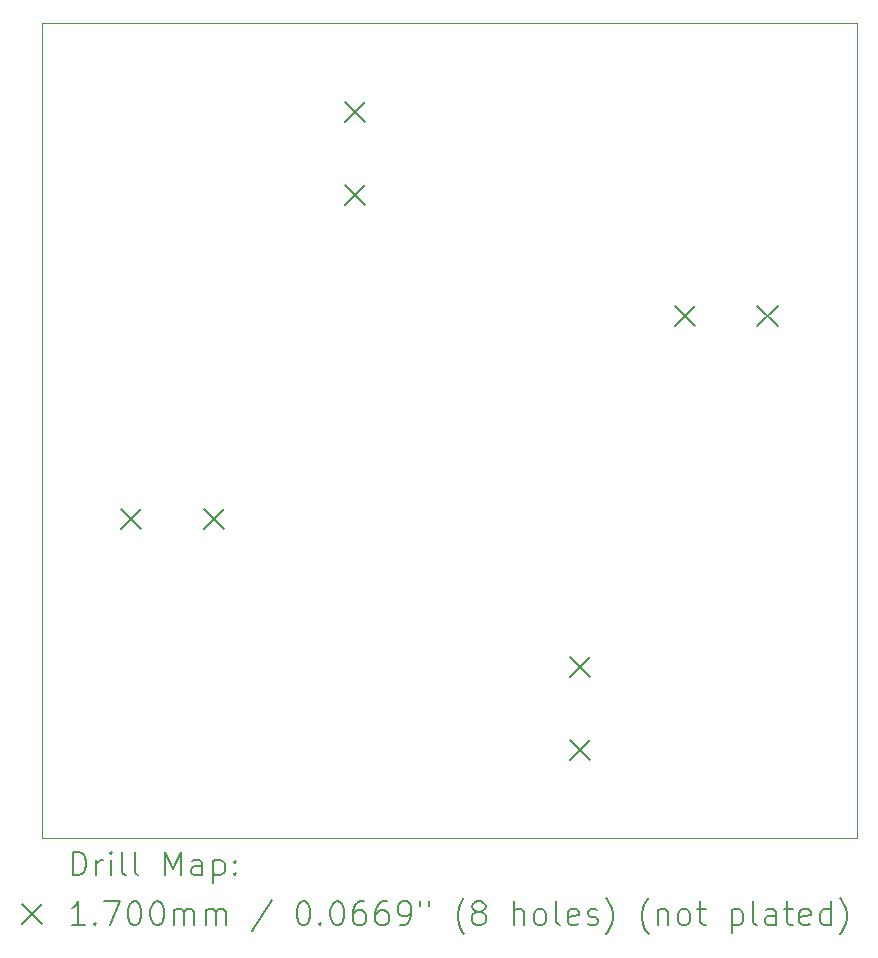
<source format=gbr>
%TF.GenerationSoftware,KiCad,Pcbnew,9.0.3*%
%TF.CreationDate,2025-08-26T17:47:51-07:00*%
%TF.ProjectId,sdi12_breakout,73646931-325f-4627-9265-616b6f75742e,V1*%
%TF.SameCoordinates,Original*%
%TF.FileFunction,Drillmap*%
%TF.FilePolarity,Positive*%
%FSLAX45Y45*%
G04 Gerber Fmt 4.5, Leading zero omitted, Abs format (unit mm)*
G04 Created by KiCad (PCBNEW 9.0.3) date 2025-08-26 17:47:51*
%MOMM*%
%LPD*%
G01*
G04 APERTURE LIST*
%ADD10C,0.050000*%
%ADD11C,0.200000*%
%ADD12C,0.170000*%
G04 APERTURE END LIST*
D10*
X1250000Y-1300000D02*
X8150000Y-1300000D01*
X8150000Y-8200000D01*
X1250000Y-8200000D01*
X1250000Y-1300000D01*
D11*
D12*
X1915000Y-5415000D02*
X2085000Y-5585000D01*
X2085000Y-5415000D02*
X1915000Y-5585000D01*
X2615000Y-5415000D02*
X2785000Y-5585000D01*
X2785000Y-5415000D02*
X2615000Y-5585000D01*
X3815000Y-1965000D02*
X3985000Y-2135000D01*
X3985000Y-1965000D02*
X3815000Y-2135000D01*
X3815000Y-2665000D02*
X3985000Y-2835000D01*
X3985000Y-2665000D02*
X3815000Y-2835000D01*
X5715000Y-6665000D02*
X5885000Y-6835000D01*
X5885000Y-6665000D02*
X5715000Y-6835000D01*
X5715000Y-7365000D02*
X5885000Y-7535000D01*
X5885000Y-7365000D02*
X5715000Y-7535000D01*
X6605000Y-3695000D02*
X6775000Y-3865000D01*
X6775000Y-3695000D02*
X6605000Y-3865000D01*
X7305000Y-3695000D02*
X7475000Y-3865000D01*
X7475000Y-3695000D02*
X7305000Y-3865000D01*
D11*
X1508277Y-8513984D02*
X1508277Y-8313984D01*
X1508277Y-8313984D02*
X1555896Y-8313984D01*
X1555896Y-8313984D02*
X1584467Y-8323508D01*
X1584467Y-8323508D02*
X1603515Y-8342555D01*
X1603515Y-8342555D02*
X1613039Y-8361603D01*
X1613039Y-8361603D02*
X1622562Y-8399698D01*
X1622562Y-8399698D02*
X1622562Y-8428270D01*
X1622562Y-8428270D02*
X1613039Y-8466365D01*
X1613039Y-8466365D02*
X1603515Y-8485412D01*
X1603515Y-8485412D02*
X1584467Y-8504460D01*
X1584467Y-8504460D02*
X1555896Y-8513984D01*
X1555896Y-8513984D02*
X1508277Y-8513984D01*
X1708277Y-8513984D02*
X1708277Y-8380650D01*
X1708277Y-8418746D02*
X1717801Y-8399698D01*
X1717801Y-8399698D02*
X1727324Y-8390174D01*
X1727324Y-8390174D02*
X1746372Y-8380650D01*
X1746372Y-8380650D02*
X1765420Y-8380650D01*
X1832086Y-8513984D02*
X1832086Y-8380650D01*
X1832086Y-8313984D02*
X1822562Y-8323508D01*
X1822562Y-8323508D02*
X1832086Y-8333031D01*
X1832086Y-8333031D02*
X1841610Y-8323508D01*
X1841610Y-8323508D02*
X1832086Y-8313984D01*
X1832086Y-8313984D02*
X1832086Y-8333031D01*
X1955896Y-8513984D02*
X1936848Y-8504460D01*
X1936848Y-8504460D02*
X1927324Y-8485412D01*
X1927324Y-8485412D02*
X1927324Y-8313984D01*
X2060658Y-8513984D02*
X2041610Y-8504460D01*
X2041610Y-8504460D02*
X2032086Y-8485412D01*
X2032086Y-8485412D02*
X2032086Y-8313984D01*
X2289229Y-8513984D02*
X2289229Y-8313984D01*
X2289229Y-8313984D02*
X2355896Y-8456841D01*
X2355896Y-8456841D02*
X2422563Y-8313984D01*
X2422563Y-8313984D02*
X2422563Y-8513984D01*
X2603515Y-8513984D02*
X2603515Y-8409222D01*
X2603515Y-8409222D02*
X2593991Y-8390174D01*
X2593991Y-8390174D02*
X2574944Y-8380650D01*
X2574944Y-8380650D02*
X2536848Y-8380650D01*
X2536848Y-8380650D02*
X2517801Y-8390174D01*
X2603515Y-8504460D02*
X2584467Y-8513984D01*
X2584467Y-8513984D02*
X2536848Y-8513984D01*
X2536848Y-8513984D02*
X2517801Y-8504460D01*
X2517801Y-8504460D02*
X2508277Y-8485412D01*
X2508277Y-8485412D02*
X2508277Y-8466365D01*
X2508277Y-8466365D02*
X2517801Y-8447317D01*
X2517801Y-8447317D02*
X2536848Y-8437793D01*
X2536848Y-8437793D02*
X2584467Y-8437793D01*
X2584467Y-8437793D02*
X2603515Y-8428270D01*
X2698753Y-8380650D02*
X2698753Y-8580650D01*
X2698753Y-8390174D02*
X2717801Y-8380650D01*
X2717801Y-8380650D02*
X2755896Y-8380650D01*
X2755896Y-8380650D02*
X2774944Y-8390174D01*
X2774944Y-8390174D02*
X2784467Y-8399698D01*
X2784467Y-8399698D02*
X2793991Y-8418746D01*
X2793991Y-8418746D02*
X2793991Y-8475889D01*
X2793991Y-8475889D02*
X2784467Y-8494936D01*
X2784467Y-8494936D02*
X2774944Y-8504460D01*
X2774944Y-8504460D02*
X2755896Y-8513984D01*
X2755896Y-8513984D02*
X2717801Y-8513984D01*
X2717801Y-8513984D02*
X2698753Y-8504460D01*
X2879705Y-8494936D02*
X2889229Y-8504460D01*
X2889229Y-8504460D02*
X2879705Y-8513984D01*
X2879705Y-8513984D02*
X2870182Y-8504460D01*
X2870182Y-8504460D02*
X2879705Y-8494936D01*
X2879705Y-8494936D02*
X2879705Y-8513984D01*
X2879705Y-8390174D02*
X2889229Y-8399698D01*
X2889229Y-8399698D02*
X2879705Y-8409222D01*
X2879705Y-8409222D02*
X2870182Y-8399698D01*
X2870182Y-8399698D02*
X2879705Y-8390174D01*
X2879705Y-8390174D02*
X2879705Y-8409222D01*
D12*
X1077500Y-8757500D02*
X1247500Y-8927500D01*
X1247500Y-8757500D02*
X1077500Y-8927500D01*
D11*
X1613039Y-8933984D02*
X1498753Y-8933984D01*
X1555896Y-8933984D02*
X1555896Y-8733984D01*
X1555896Y-8733984D02*
X1536848Y-8762555D01*
X1536848Y-8762555D02*
X1517801Y-8781603D01*
X1517801Y-8781603D02*
X1498753Y-8791127D01*
X1698753Y-8914936D02*
X1708277Y-8924460D01*
X1708277Y-8924460D02*
X1698753Y-8933984D01*
X1698753Y-8933984D02*
X1689229Y-8924460D01*
X1689229Y-8924460D02*
X1698753Y-8914936D01*
X1698753Y-8914936D02*
X1698753Y-8933984D01*
X1774943Y-8733984D02*
X1908277Y-8733984D01*
X1908277Y-8733984D02*
X1822562Y-8933984D01*
X2022562Y-8733984D02*
X2041610Y-8733984D01*
X2041610Y-8733984D02*
X2060658Y-8743508D01*
X2060658Y-8743508D02*
X2070182Y-8753031D01*
X2070182Y-8753031D02*
X2079705Y-8772079D01*
X2079705Y-8772079D02*
X2089229Y-8810174D01*
X2089229Y-8810174D02*
X2089229Y-8857793D01*
X2089229Y-8857793D02*
X2079705Y-8895889D01*
X2079705Y-8895889D02*
X2070182Y-8914936D01*
X2070182Y-8914936D02*
X2060658Y-8924460D01*
X2060658Y-8924460D02*
X2041610Y-8933984D01*
X2041610Y-8933984D02*
X2022562Y-8933984D01*
X2022562Y-8933984D02*
X2003515Y-8924460D01*
X2003515Y-8924460D02*
X1993991Y-8914936D01*
X1993991Y-8914936D02*
X1984467Y-8895889D01*
X1984467Y-8895889D02*
X1974943Y-8857793D01*
X1974943Y-8857793D02*
X1974943Y-8810174D01*
X1974943Y-8810174D02*
X1984467Y-8772079D01*
X1984467Y-8772079D02*
X1993991Y-8753031D01*
X1993991Y-8753031D02*
X2003515Y-8743508D01*
X2003515Y-8743508D02*
X2022562Y-8733984D01*
X2213039Y-8733984D02*
X2232086Y-8733984D01*
X2232086Y-8733984D02*
X2251134Y-8743508D01*
X2251134Y-8743508D02*
X2260658Y-8753031D01*
X2260658Y-8753031D02*
X2270182Y-8772079D01*
X2270182Y-8772079D02*
X2279705Y-8810174D01*
X2279705Y-8810174D02*
X2279705Y-8857793D01*
X2279705Y-8857793D02*
X2270182Y-8895889D01*
X2270182Y-8895889D02*
X2260658Y-8914936D01*
X2260658Y-8914936D02*
X2251134Y-8924460D01*
X2251134Y-8924460D02*
X2232086Y-8933984D01*
X2232086Y-8933984D02*
X2213039Y-8933984D01*
X2213039Y-8933984D02*
X2193991Y-8924460D01*
X2193991Y-8924460D02*
X2184467Y-8914936D01*
X2184467Y-8914936D02*
X2174944Y-8895889D01*
X2174944Y-8895889D02*
X2165420Y-8857793D01*
X2165420Y-8857793D02*
X2165420Y-8810174D01*
X2165420Y-8810174D02*
X2174944Y-8772079D01*
X2174944Y-8772079D02*
X2184467Y-8753031D01*
X2184467Y-8753031D02*
X2193991Y-8743508D01*
X2193991Y-8743508D02*
X2213039Y-8733984D01*
X2365420Y-8933984D02*
X2365420Y-8800650D01*
X2365420Y-8819698D02*
X2374944Y-8810174D01*
X2374944Y-8810174D02*
X2393991Y-8800650D01*
X2393991Y-8800650D02*
X2422563Y-8800650D01*
X2422563Y-8800650D02*
X2441610Y-8810174D01*
X2441610Y-8810174D02*
X2451134Y-8829222D01*
X2451134Y-8829222D02*
X2451134Y-8933984D01*
X2451134Y-8829222D02*
X2460658Y-8810174D01*
X2460658Y-8810174D02*
X2479705Y-8800650D01*
X2479705Y-8800650D02*
X2508277Y-8800650D01*
X2508277Y-8800650D02*
X2527325Y-8810174D01*
X2527325Y-8810174D02*
X2536848Y-8829222D01*
X2536848Y-8829222D02*
X2536848Y-8933984D01*
X2632086Y-8933984D02*
X2632086Y-8800650D01*
X2632086Y-8819698D02*
X2641610Y-8810174D01*
X2641610Y-8810174D02*
X2660658Y-8800650D01*
X2660658Y-8800650D02*
X2689229Y-8800650D01*
X2689229Y-8800650D02*
X2708277Y-8810174D01*
X2708277Y-8810174D02*
X2717801Y-8829222D01*
X2717801Y-8829222D02*
X2717801Y-8933984D01*
X2717801Y-8829222D02*
X2727325Y-8810174D01*
X2727325Y-8810174D02*
X2746372Y-8800650D01*
X2746372Y-8800650D02*
X2774944Y-8800650D01*
X2774944Y-8800650D02*
X2793991Y-8810174D01*
X2793991Y-8810174D02*
X2803515Y-8829222D01*
X2803515Y-8829222D02*
X2803515Y-8933984D01*
X3193991Y-8724460D02*
X3022563Y-8981603D01*
X3451134Y-8733984D02*
X3470182Y-8733984D01*
X3470182Y-8733984D02*
X3489229Y-8743508D01*
X3489229Y-8743508D02*
X3498753Y-8753031D01*
X3498753Y-8753031D02*
X3508277Y-8772079D01*
X3508277Y-8772079D02*
X3517801Y-8810174D01*
X3517801Y-8810174D02*
X3517801Y-8857793D01*
X3517801Y-8857793D02*
X3508277Y-8895889D01*
X3508277Y-8895889D02*
X3498753Y-8914936D01*
X3498753Y-8914936D02*
X3489229Y-8924460D01*
X3489229Y-8924460D02*
X3470182Y-8933984D01*
X3470182Y-8933984D02*
X3451134Y-8933984D01*
X3451134Y-8933984D02*
X3432086Y-8924460D01*
X3432086Y-8924460D02*
X3422563Y-8914936D01*
X3422563Y-8914936D02*
X3413039Y-8895889D01*
X3413039Y-8895889D02*
X3403515Y-8857793D01*
X3403515Y-8857793D02*
X3403515Y-8810174D01*
X3403515Y-8810174D02*
X3413039Y-8772079D01*
X3413039Y-8772079D02*
X3422563Y-8753031D01*
X3422563Y-8753031D02*
X3432086Y-8743508D01*
X3432086Y-8743508D02*
X3451134Y-8733984D01*
X3603515Y-8914936D02*
X3613039Y-8924460D01*
X3613039Y-8924460D02*
X3603515Y-8933984D01*
X3603515Y-8933984D02*
X3593991Y-8924460D01*
X3593991Y-8924460D02*
X3603515Y-8914936D01*
X3603515Y-8914936D02*
X3603515Y-8933984D01*
X3736848Y-8733984D02*
X3755896Y-8733984D01*
X3755896Y-8733984D02*
X3774944Y-8743508D01*
X3774944Y-8743508D02*
X3784467Y-8753031D01*
X3784467Y-8753031D02*
X3793991Y-8772079D01*
X3793991Y-8772079D02*
X3803515Y-8810174D01*
X3803515Y-8810174D02*
X3803515Y-8857793D01*
X3803515Y-8857793D02*
X3793991Y-8895889D01*
X3793991Y-8895889D02*
X3784467Y-8914936D01*
X3784467Y-8914936D02*
X3774944Y-8924460D01*
X3774944Y-8924460D02*
X3755896Y-8933984D01*
X3755896Y-8933984D02*
X3736848Y-8933984D01*
X3736848Y-8933984D02*
X3717801Y-8924460D01*
X3717801Y-8924460D02*
X3708277Y-8914936D01*
X3708277Y-8914936D02*
X3698753Y-8895889D01*
X3698753Y-8895889D02*
X3689229Y-8857793D01*
X3689229Y-8857793D02*
X3689229Y-8810174D01*
X3689229Y-8810174D02*
X3698753Y-8772079D01*
X3698753Y-8772079D02*
X3708277Y-8753031D01*
X3708277Y-8753031D02*
X3717801Y-8743508D01*
X3717801Y-8743508D02*
X3736848Y-8733984D01*
X3974944Y-8733984D02*
X3936848Y-8733984D01*
X3936848Y-8733984D02*
X3917801Y-8743508D01*
X3917801Y-8743508D02*
X3908277Y-8753031D01*
X3908277Y-8753031D02*
X3889229Y-8781603D01*
X3889229Y-8781603D02*
X3879706Y-8819698D01*
X3879706Y-8819698D02*
X3879706Y-8895889D01*
X3879706Y-8895889D02*
X3889229Y-8914936D01*
X3889229Y-8914936D02*
X3898753Y-8924460D01*
X3898753Y-8924460D02*
X3917801Y-8933984D01*
X3917801Y-8933984D02*
X3955896Y-8933984D01*
X3955896Y-8933984D02*
X3974944Y-8924460D01*
X3974944Y-8924460D02*
X3984467Y-8914936D01*
X3984467Y-8914936D02*
X3993991Y-8895889D01*
X3993991Y-8895889D02*
X3993991Y-8848270D01*
X3993991Y-8848270D02*
X3984467Y-8829222D01*
X3984467Y-8829222D02*
X3974944Y-8819698D01*
X3974944Y-8819698D02*
X3955896Y-8810174D01*
X3955896Y-8810174D02*
X3917801Y-8810174D01*
X3917801Y-8810174D02*
X3898753Y-8819698D01*
X3898753Y-8819698D02*
X3889229Y-8829222D01*
X3889229Y-8829222D02*
X3879706Y-8848270D01*
X4165420Y-8733984D02*
X4127325Y-8733984D01*
X4127325Y-8733984D02*
X4108277Y-8743508D01*
X4108277Y-8743508D02*
X4098753Y-8753031D01*
X4098753Y-8753031D02*
X4079706Y-8781603D01*
X4079706Y-8781603D02*
X4070182Y-8819698D01*
X4070182Y-8819698D02*
X4070182Y-8895889D01*
X4070182Y-8895889D02*
X4079706Y-8914936D01*
X4079706Y-8914936D02*
X4089229Y-8924460D01*
X4089229Y-8924460D02*
X4108277Y-8933984D01*
X4108277Y-8933984D02*
X4146372Y-8933984D01*
X4146372Y-8933984D02*
X4165420Y-8924460D01*
X4165420Y-8924460D02*
X4174944Y-8914936D01*
X4174944Y-8914936D02*
X4184467Y-8895889D01*
X4184467Y-8895889D02*
X4184467Y-8848270D01*
X4184467Y-8848270D02*
X4174944Y-8829222D01*
X4174944Y-8829222D02*
X4165420Y-8819698D01*
X4165420Y-8819698D02*
X4146372Y-8810174D01*
X4146372Y-8810174D02*
X4108277Y-8810174D01*
X4108277Y-8810174D02*
X4089229Y-8819698D01*
X4089229Y-8819698D02*
X4079706Y-8829222D01*
X4079706Y-8829222D02*
X4070182Y-8848270D01*
X4279706Y-8933984D02*
X4317801Y-8933984D01*
X4317801Y-8933984D02*
X4336849Y-8924460D01*
X4336849Y-8924460D02*
X4346372Y-8914936D01*
X4346372Y-8914936D02*
X4365420Y-8886365D01*
X4365420Y-8886365D02*
X4374944Y-8848270D01*
X4374944Y-8848270D02*
X4374944Y-8772079D01*
X4374944Y-8772079D02*
X4365420Y-8753031D01*
X4365420Y-8753031D02*
X4355896Y-8743508D01*
X4355896Y-8743508D02*
X4336849Y-8733984D01*
X4336849Y-8733984D02*
X4298753Y-8733984D01*
X4298753Y-8733984D02*
X4279706Y-8743508D01*
X4279706Y-8743508D02*
X4270182Y-8753031D01*
X4270182Y-8753031D02*
X4260658Y-8772079D01*
X4260658Y-8772079D02*
X4260658Y-8819698D01*
X4260658Y-8819698D02*
X4270182Y-8838746D01*
X4270182Y-8838746D02*
X4279706Y-8848270D01*
X4279706Y-8848270D02*
X4298753Y-8857793D01*
X4298753Y-8857793D02*
X4336849Y-8857793D01*
X4336849Y-8857793D02*
X4355896Y-8848270D01*
X4355896Y-8848270D02*
X4365420Y-8838746D01*
X4365420Y-8838746D02*
X4374944Y-8819698D01*
X4451134Y-8733984D02*
X4451134Y-8772079D01*
X4527325Y-8733984D02*
X4527325Y-8772079D01*
X4822563Y-9010174D02*
X4813039Y-9000650D01*
X4813039Y-9000650D02*
X4793991Y-8972079D01*
X4793991Y-8972079D02*
X4784468Y-8953031D01*
X4784468Y-8953031D02*
X4774944Y-8924460D01*
X4774944Y-8924460D02*
X4765420Y-8876841D01*
X4765420Y-8876841D02*
X4765420Y-8838746D01*
X4765420Y-8838746D02*
X4774944Y-8791127D01*
X4774944Y-8791127D02*
X4784468Y-8762555D01*
X4784468Y-8762555D02*
X4793991Y-8743508D01*
X4793991Y-8743508D02*
X4813039Y-8714936D01*
X4813039Y-8714936D02*
X4822563Y-8705412D01*
X4927325Y-8819698D02*
X4908277Y-8810174D01*
X4908277Y-8810174D02*
X4898753Y-8800650D01*
X4898753Y-8800650D02*
X4889230Y-8781603D01*
X4889230Y-8781603D02*
X4889230Y-8772079D01*
X4889230Y-8772079D02*
X4898753Y-8753031D01*
X4898753Y-8753031D02*
X4908277Y-8743508D01*
X4908277Y-8743508D02*
X4927325Y-8733984D01*
X4927325Y-8733984D02*
X4965420Y-8733984D01*
X4965420Y-8733984D02*
X4984468Y-8743508D01*
X4984468Y-8743508D02*
X4993991Y-8753031D01*
X4993991Y-8753031D02*
X5003515Y-8772079D01*
X5003515Y-8772079D02*
X5003515Y-8781603D01*
X5003515Y-8781603D02*
X4993991Y-8800650D01*
X4993991Y-8800650D02*
X4984468Y-8810174D01*
X4984468Y-8810174D02*
X4965420Y-8819698D01*
X4965420Y-8819698D02*
X4927325Y-8819698D01*
X4927325Y-8819698D02*
X4908277Y-8829222D01*
X4908277Y-8829222D02*
X4898753Y-8838746D01*
X4898753Y-8838746D02*
X4889230Y-8857793D01*
X4889230Y-8857793D02*
X4889230Y-8895889D01*
X4889230Y-8895889D02*
X4898753Y-8914936D01*
X4898753Y-8914936D02*
X4908277Y-8924460D01*
X4908277Y-8924460D02*
X4927325Y-8933984D01*
X4927325Y-8933984D02*
X4965420Y-8933984D01*
X4965420Y-8933984D02*
X4984468Y-8924460D01*
X4984468Y-8924460D02*
X4993991Y-8914936D01*
X4993991Y-8914936D02*
X5003515Y-8895889D01*
X5003515Y-8895889D02*
X5003515Y-8857793D01*
X5003515Y-8857793D02*
X4993991Y-8838746D01*
X4993991Y-8838746D02*
X4984468Y-8829222D01*
X4984468Y-8829222D02*
X4965420Y-8819698D01*
X5241611Y-8933984D02*
X5241611Y-8733984D01*
X5327325Y-8933984D02*
X5327325Y-8829222D01*
X5327325Y-8829222D02*
X5317801Y-8810174D01*
X5317801Y-8810174D02*
X5298753Y-8800650D01*
X5298753Y-8800650D02*
X5270182Y-8800650D01*
X5270182Y-8800650D02*
X5251134Y-8810174D01*
X5251134Y-8810174D02*
X5241611Y-8819698D01*
X5451134Y-8933984D02*
X5432087Y-8924460D01*
X5432087Y-8924460D02*
X5422563Y-8914936D01*
X5422563Y-8914936D02*
X5413039Y-8895889D01*
X5413039Y-8895889D02*
X5413039Y-8838746D01*
X5413039Y-8838746D02*
X5422563Y-8819698D01*
X5422563Y-8819698D02*
X5432087Y-8810174D01*
X5432087Y-8810174D02*
X5451134Y-8800650D01*
X5451134Y-8800650D02*
X5479706Y-8800650D01*
X5479706Y-8800650D02*
X5498753Y-8810174D01*
X5498753Y-8810174D02*
X5508277Y-8819698D01*
X5508277Y-8819698D02*
X5517801Y-8838746D01*
X5517801Y-8838746D02*
X5517801Y-8895889D01*
X5517801Y-8895889D02*
X5508277Y-8914936D01*
X5508277Y-8914936D02*
X5498753Y-8924460D01*
X5498753Y-8924460D02*
X5479706Y-8933984D01*
X5479706Y-8933984D02*
X5451134Y-8933984D01*
X5632087Y-8933984D02*
X5613039Y-8924460D01*
X5613039Y-8924460D02*
X5603515Y-8905412D01*
X5603515Y-8905412D02*
X5603515Y-8733984D01*
X5784468Y-8924460D02*
X5765420Y-8933984D01*
X5765420Y-8933984D02*
X5727325Y-8933984D01*
X5727325Y-8933984D02*
X5708277Y-8924460D01*
X5708277Y-8924460D02*
X5698753Y-8905412D01*
X5698753Y-8905412D02*
X5698753Y-8829222D01*
X5698753Y-8829222D02*
X5708277Y-8810174D01*
X5708277Y-8810174D02*
X5727325Y-8800650D01*
X5727325Y-8800650D02*
X5765420Y-8800650D01*
X5765420Y-8800650D02*
X5784468Y-8810174D01*
X5784468Y-8810174D02*
X5793991Y-8829222D01*
X5793991Y-8829222D02*
X5793991Y-8848270D01*
X5793991Y-8848270D02*
X5698753Y-8867317D01*
X5870182Y-8924460D02*
X5889230Y-8933984D01*
X5889230Y-8933984D02*
X5927325Y-8933984D01*
X5927325Y-8933984D02*
X5946372Y-8924460D01*
X5946372Y-8924460D02*
X5955896Y-8905412D01*
X5955896Y-8905412D02*
X5955896Y-8895889D01*
X5955896Y-8895889D02*
X5946372Y-8876841D01*
X5946372Y-8876841D02*
X5927325Y-8867317D01*
X5927325Y-8867317D02*
X5898753Y-8867317D01*
X5898753Y-8867317D02*
X5879706Y-8857793D01*
X5879706Y-8857793D02*
X5870182Y-8838746D01*
X5870182Y-8838746D02*
X5870182Y-8829222D01*
X5870182Y-8829222D02*
X5879706Y-8810174D01*
X5879706Y-8810174D02*
X5898753Y-8800650D01*
X5898753Y-8800650D02*
X5927325Y-8800650D01*
X5927325Y-8800650D02*
X5946372Y-8810174D01*
X6022563Y-9010174D02*
X6032087Y-9000650D01*
X6032087Y-9000650D02*
X6051134Y-8972079D01*
X6051134Y-8972079D02*
X6060658Y-8953031D01*
X6060658Y-8953031D02*
X6070182Y-8924460D01*
X6070182Y-8924460D02*
X6079706Y-8876841D01*
X6079706Y-8876841D02*
X6079706Y-8838746D01*
X6079706Y-8838746D02*
X6070182Y-8791127D01*
X6070182Y-8791127D02*
X6060658Y-8762555D01*
X6060658Y-8762555D02*
X6051134Y-8743508D01*
X6051134Y-8743508D02*
X6032087Y-8714936D01*
X6032087Y-8714936D02*
X6022563Y-8705412D01*
X6384468Y-9010174D02*
X6374944Y-9000650D01*
X6374944Y-9000650D02*
X6355896Y-8972079D01*
X6355896Y-8972079D02*
X6346372Y-8953031D01*
X6346372Y-8953031D02*
X6336849Y-8924460D01*
X6336849Y-8924460D02*
X6327325Y-8876841D01*
X6327325Y-8876841D02*
X6327325Y-8838746D01*
X6327325Y-8838746D02*
X6336849Y-8791127D01*
X6336849Y-8791127D02*
X6346372Y-8762555D01*
X6346372Y-8762555D02*
X6355896Y-8743508D01*
X6355896Y-8743508D02*
X6374944Y-8714936D01*
X6374944Y-8714936D02*
X6384468Y-8705412D01*
X6460658Y-8800650D02*
X6460658Y-8933984D01*
X6460658Y-8819698D02*
X6470182Y-8810174D01*
X6470182Y-8810174D02*
X6489230Y-8800650D01*
X6489230Y-8800650D02*
X6517801Y-8800650D01*
X6517801Y-8800650D02*
X6536849Y-8810174D01*
X6536849Y-8810174D02*
X6546372Y-8829222D01*
X6546372Y-8829222D02*
X6546372Y-8933984D01*
X6670182Y-8933984D02*
X6651134Y-8924460D01*
X6651134Y-8924460D02*
X6641611Y-8914936D01*
X6641611Y-8914936D02*
X6632087Y-8895889D01*
X6632087Y-8895889D02*
X6632087Y-8838746D01*
X6632087Y-8838746D02*
X6641611Y-8819698D01*
X6641611Y-8819698D02*
X6651134Y-8810174D01*
X6651134Y-8810174D02*
X6670182Y-8800650D01*
X6670182Y-8800650D02*
X6698753Y-8800650D01*
X6698753Y-8800650D02*
X6717801Y-8810174D01*
X6717801Y-8810174D02*
X6727325Y-8819698D01*
X6727325Y-8819698D02*
X6736849Y-8838746D01*
X6736849Y-8838746D02*
X6736849Y-8895889D01*
X6736849Y-8895889D02*
X6727325Y-8914936D01*
X6727325Y-8914936D02*
X6717801Y-8924460D01*
X6717801Y-8924460D02*
X6698753Y-8933984D01*
X6698753Y-8933984D02*
X6670182Y-8933984D01*
X6793992Y-8800650D02*
X6870182Y-8800650D01*
X6822563Y-8733984D02*
X6822563Y-8905412D01*
X6822563Y-8905412D02*
X6832087Y-8924460D01*
X6832087Y-8924460D02*
X6851134Y-8933984D01*
X6851134Y-8933984D02*
X6870182Y-8933984D01*
X7089230Y-8800650D02*
X7089230Y-9000650D01*
X7089230Y-8810174D02*
X7108277Y-8800650D01*
X7108277Y-8800650D02*
X7146373Y-8800650D01*
X7146373Y-8800650D02*
X7165420Y-8810174D01*
X7165420Y-8810174D02*
X7174944Y-8819698D01*
X7174944Y-8819698D02*
X7184468Y-8838746D01*
X7184468Y-8838746D02*
X7184468Y-8895889D01*
X7184468Y-8895889D02*
X7174944Y-8914936D01*
X7174944Y-8914936D02*
X7165420Y-8924460D01*
X7165420Y-8924460D02*
X7146373Y-8933984D01*
X7146373Y-8933984D02*
X7108277Y-8933984D01*
X7108277Y-8933984D02*
X7089230Y-8924460D01*
X7298753Y-8933984D02*
X7279706Y-8924460D01*
X7279706Y-8924460D02*
X7270182Y-8905412D01*
X7270182Y-8905412D02*
X7270182Y-8733984D01*
X7460658Y-8933984D02*
X7460658Y-8829222D01*
X7460658Y-8829222D02*
X7451134Y-8810174D01*
X7451134Y-8810174D02*
X7432087Y-8800650D01*
X7432087Y-8800650D02*
X7393992Y-8800650D01*
X7393992Y-8800650D02*
X7374944Y-8810174D01*
X7460658Y-8924460D02*
X7441611Y-8933984D01*
X7441611Y-8933984D02*
X7393992Y-8933984D01*
X7393992Y-8933984D02*
X7374944Y-8924460D01*
X7374944Y-8924460D02*
X7365420Y-8905412D01*
X7365420Y-8905412D02*
X7365420Y-8886365D01*
X7365420Y-8886365D02*
X7374944Y-8867317D01*
X7374944Y-8867317D02*
X7393992Y-8857793D01*
X7393992Y-8857793D02*
X7441611Y-8857793D01*
X7441611Y-8857793D02*
X7460658Y-8848270D01*
X7527325Y-8800650D02*
X7603515Y-8800650D01*
X7555896Y-8733984D02*
X7555896Y-8905412D01*
X7555896Y-8905412D02*
X7565420Y-8924460D01*
X7565420Y-8924460D02*
X7584468Y-8933984D01*
X7584468Y-8933984D02*
X7603515Y-8933984D01*
X7746373Y-8924460D02*
X7727325Y-8933984D01*
X7727325Y-8933984D02*
X7689230Y-8933984D01*
X7689230Y-8933984D02*
X7670182Y-8924460D01*
X7670182Y-8924460D02*
X7660658Y-8905412D01*
X7660658Y-8905412D02*
X7660658Y-8829222D01*
X7660658Y-8829222D02*
X7670182Y-8810174D01*
X7670182Y-8810174D02*
X7689230Y-8800650D01*
X7689230Y-8800650D02*
X7727325Y-8800650D01*
X7727325Y-8800650D02*
X7746373Y-8810174D01*
X7746373Y-8810174D02*
X7755896Y-8829222D01*
X7755896Y-8829222D02*
X7755896Y-8848270D01*
X7755896Y-8848270D02*
X7660658Y-8867317D01*
X7927325Y-8933984D02*
X7927325Y-8733984D01*
X7927325Y-8924460D02*
X7908277Y-8933984D01*
X7908277Y-8933984D02*
X7870182Y-8933984D01*
X7870182Y-8933984D02*
X7851134Y-8924460D01*
X7851134Y-8924460D02*
X7841611Y-8914936D01*
X7841611Y-8914936D02*
X7832087Y-8895889D01*
X7832087Y-8895889D02*
X7832087Y-8838746D01*
X7832087Y-8838746D02*
X7841611Y-8819698D01*
X7841611Y-8819698D02*
X7851134Y-8810174D01*
X7851134Y-8810174D02*
X7870182Y-8800650D01*
X7870182Y-8800650D02*
X7908277Y-8800650D01*
X7908277Y-8800650D02*
X7927325Y-8810174D01*
X8003515Y-9010174D02*
X8013039Y-9000650D01*
X8013039Y-9000650D02*
X8032087Y-8972079D01*
X8032087Y-8972079D02*
X8041611Y-8953031D01*
X8041611Y-8953031D02*
X8051134Y-8924460D01*
X8051134Y-8924460D02*
X8060658Y-8876841D01*
X8060658Y-8876841D02*
X8060658Y-8838746D01*
X8060658Y-8838746D02*
X8051134Y-8791127D01*
X8051134Y-8791127D02*
X8041611Y-8762555D01*
X8041611Y-8762555D02*
X8032087Y-8743508D01*
X8032087Y-8743508D02*
X8013039Y-8714936D01*
X8013039Y-8714936D02*
X8003515Y-8705412D01*
M02*

</source>
